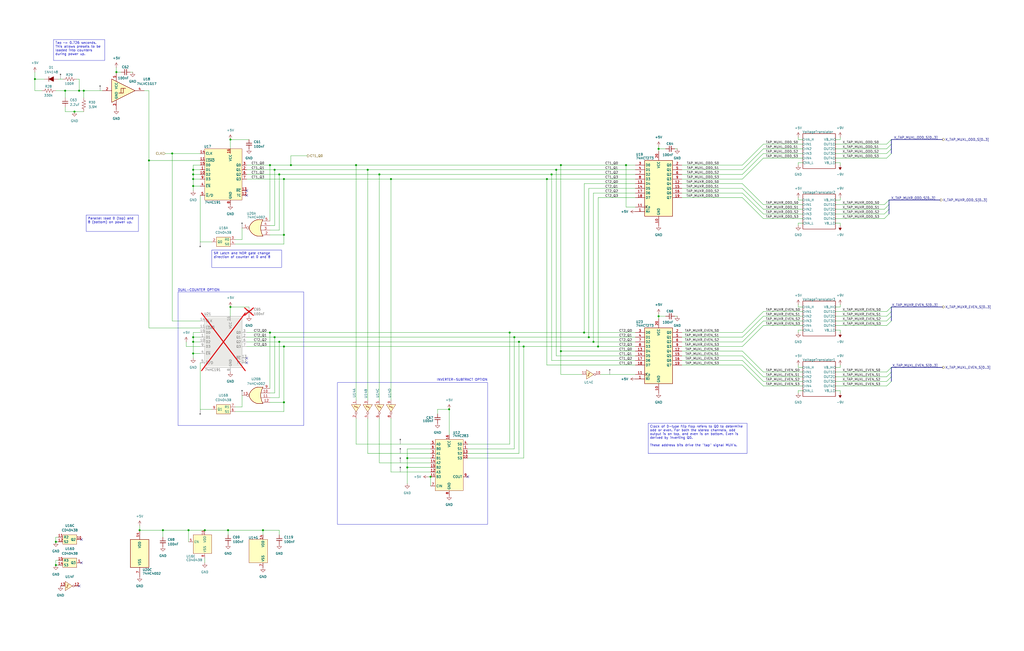
<source format=kicad_sch>
(kicad_sch (version 20250114) (generator "eeschema") (generator_version "9.0")
  (paper "User" 558.8 355.6)
  (title_block (title "Solid State Scanner Vibrato") (date "2024-10-27") (company "Osprey Instruments"))
  (rectangle (start 184.15 208.915) (end 266.065 286.385))
  (rectangle (start 97.155 159.385) (end 165.735 232.41))
  (text "DUAL-COUNTER OPTION" (at 108.458 158.496 0) (effects (font (size 1.27 1.27))))
  (text "INVERTER-SUBTRACT OPTION" (at 252.222 207.518 0) (effects (font (size 1.27 1.27))))
  (text_box "Tao ~= 0.726 seconds. This allows presets to be loaded into counters during power up." (at 29.21 21.59 0) (size 27.94 11.43) (margins 0.9525 0.9525 0.9525 0.9525) (effects (font (size 1.27 1.27)) (justify left top)))
  (text_box "SR Latch and NOR gate change direction of counter at 0 and 8" (at 115.57 136.525 0) (size 38.1 9.525) (margins 0.9525 0.9525 0.9525 0.9525) (effects (font (size 1.27 1.27)) (justify left top)))
  (text_box "Clock of D-type flip flop refers to Q0 to determine odd or even. For both the stereo channels, odd output is on top, and even is on bottom. Even is derived by inverting Q0.\n\nThese address bits drive the \"tap\" signal MUX's." (at 353.695 231.14 0) (size 53.975 16.51) (margins 0.9525 0.9525 0.9525 0.9525) (effects (font (size 1.27 1.27)) (justify left top)))
  (text_box "Parallel load 0 (top) and 8 (bottom) on power up." (at 46.99 117.475 0) (size 28.575 8.89) (margins 0.9525 0.9525 0.9525 0.9525) (effects (font (size 1.27 1.27)) (justify left top)))
  (junction (at 152.4 95.25))
  (junction (at 280.67 184.15))
  (junction (at 306.07 191.77))
  (junction (at 105.41 193.04))
  (junction (at 105.41 186.69))
  (junction (at 63.5 39.37))
  (junction (at 147.32 181.61))
  (junction (at 105.41 184.15))
  (junction (at 43.18 49.53))
  (junction (at 245.11 223.52))
  (junction (at 283.21 186.69))
  (junction (at 154.94 189.23))
  (junction (at 303.53 92.71))
  (junction (at 105.41 97.79))
  (junction (at 207.01 95.25))
  (junction (at 222.25 250.19))
  (junction (at 194.31 90.17))
  (junction (at 152.4 186.69))
  (junction (at 298.45 97.79))
  (junction (at 93.98 83.82))
  (junction (at 19.05 43.18))
  (junction (at 300.99 95.25))
  (junction (at 30.48 295.91))
  (junction (at 143.51 289.56))
  (junction (at 154.94 97.79))
  (junction (at 35.56 49.53))
  (junction (at 234.95 260.35))
  (junction (at 321.31 184.15))
  (junction (at 40.64 60.96))
  (junction (at 158.75 90.17))
  (junction (at 105.41 92.71))
  (junction (at 147.32 90.17))
  (junction (at 102.87 289.56))
  (junction (at 200.66 92.71))
  (junction (at 149.86 92.71))
  (junction (at 359.41 172.72))
  (junction (at 154.94 219.71))
  (junction (at 149.86 184.15))
  (junction (at 45.72 49.53))
  (junction (at 125.73 76.2))
  (junction (at 88.9 289.56))
  (junction (at 278.13 181.61))
  (junction (at 326.39 189.23))
  (junction (at 154.94 128.27))
  (junction (at 285.75 189.23))
  (junction (at 30.48 308.61))
  (junction (at 213.36 97.79))
  (junction (at 111.76 289.56))
  (junction (at 341.63 90.17))
  (junction (at 76.2 289.56))
  (junction (at 81.28 87.63))
  (junction (at 125.73 167.64))
  (junction (at 124.46 289.56))
  (junction (at 105.41 95.25))
  (junction (at 222.25 255.27))
  (junction (at 359.41 81.28))
  (junction (at 105.41 101.6))
  (junction (at 306.07 90.17))
  (junction (at 323.85 186.69))
  (junction (at 318.77 181.61))
  (no_connect (at 255.27 260.35))
  (no_connect (at 44.45 307.34))
  (no_connect (at 43.18 320.04))
  (no_connect (at 134.62 195.58))
  (no_connect (at 134.62 198.12))
  (no_connect (at 134.62 106.68))
  (no_connect (at 134.62 104.14))
  (no_connect (at 44.45 294.64))
  (bus_entry (at 486.41 167.64) (size -2.54 2.54))
  (bus_entry (at 486.41 83.82) (size -2.54 2.54))
  (bus_entry (at 486.41 170.18) (size -2.54 2.54))
  (bus_entry (at 485.14 109.22) (size -2.54 2.54))
  (bus_entry (at 486.41 172.72) (size -2.54 2.54))
  (bus_entry (at 486.41 200.66) (size -2.54 2.54))
  (bus_entry (at 486.41 205.74) (size -2.54 2.54))
  (bus_entry (at 486.41 203.2) (size -2.54 2.54))
  (bus_entry (at 486.41 76.2) (size -2.54 2.54))
  (bus_entry (at 485.14 114.3) (size -2.54 2.54))
  (bus_entry (at 486.41 78.74) (size -2.54 2.54))
  (bus_entry (at 485.14 111.76) (size -2.54 2.54))
  (bus_entry (at 485.14 116.84) (size -2.54 2.54))
  (bus_entry (at 486.41 208.28) (size -2.54 2.54))
  (bus_entry (at 486.41 175.26) (size -2.54 2.54))
  (bus_entry (at 486.41 81.28) (size -2.54 2.54))
  (wire (pts (xy 88.9 289.56) (xy 102.87 289.56)))
  (wire (pts (xy 101.6 186.69) (xy 101.6 189.23)))
  (wire (pts (xy 125.73 76.2) (xy 125.73 81.28)))
  (wire (pts (xy 154.94 97.79) (xy 213.36 97.79)))
  (wire (pts (xy 416.56 111.76) (xy 438.15 111.76)))
  (bus (pts (xy 513.08 109.22) (xy 485.14 109.22)))
  (wire (pts (xy 416.56 172.72) (xy 438.15 172.72)))
  (wire (pts (xy 93.98 83.82) (xy 109.22 83.82)))
  (wire (pts (xy 43.18 49.53) (xy 45.72 49.53)))
  (wire (pts (xy 435.61 88.9) (xy 435.61 90.17)))
  (wire (pts (xy 111.76 289.56) (xy 124.46 289.56)))
  (wire (pts (xy 326.39 107.95) (xy 326.39 189.23)))
  (wire (pts (xy 372.11 92.71) (xy 405.13 92.71)))
  (wire (pts (xy 455.93 210.82) (xy 483.87 210.82)))
  (wire (pts (xy 372.11 95.25) (xy 405.13 95.25)))
  (wire (pts (xy 125.73 167.64) (xy 135.89 167.64)))
  (wire (pts (xy 416.56 116.84) (xy 438.15 116.84)))
  (wire (pts (xy 438.15 213.36) (xy 435.61 213.36)))
  (wire (pts (xy 88.9 289.56) (xy 88.9 293.37)))
  (wire (pts (xy 30.48 49.53) (xy 35.56 49.53)))
  (wire (pts (xy 359.41 81.28) (xy 359.41 82.55)))
  (wire (pts (xy 326.39 189.23) (xy 346.71 189.23)))
  (wire (pts (xy 134.62 184.15) (xy 149.86 184.15)))
  (wire (pts (xy 255.27 247.65) (xy 283.21 247.65)))
  (wire (pts (xy 458.47 180.34) (xy 458.47 181.61)))
  (wire (pts (xy 30.48 293.37) (xy 31.75 293.37)))
  (bus (pts (xy 486.41 170.18) (xy 486.41 167.64)))
  (wire (pts (xy 134.62 189.23) (xy 154.94 189.23)))
  (wire (pts (xy 105.41 97.79) (xy 105.41 95.25)))
  (wire (pts (xy 93.98 175.26) (xy 93.98 83.82)))
  (wire (pts (xy 435.61 200.66) (xy 438.15 200.66)))
  (wire (pts (xy 405.13 105.41) (xy 416.56 116.84)))
  (wire (pts (xy 105.41 101.6) (xy 105.41 97.79)))
  (wire (pts (xy 105.41 181.61) (xy 105.41 184.15)))
  (wire (pts (xy 416.56 205.74) (xy 438.15 205.74)))
  (wire (pts (xy 455.93 205.74) (xy 483.87 205.74)))
  (wire (pts (xy 125.73 167.64) (xy 125.73 172.72)))
  (wire (pts (xy 405.13 90.17) (xy 416.56 78.74)))
  (wire (pts (xy 455.93 172.72) (xy 483.87 172.72)))
  (wire (pts (xy 416.56 81.28) (xy 438.15 81.28)))
  (bus (pts (xy 486.41 208.28) (xy 486.41 205.74)))
  (wire (pts (xy 207.01 95.25) (xy 207.01 218.44)))
  (wire (pts (xy 318.77 100.33) (xy 318.77 181.61)))
  (bus (pts (xy 514.35 200.66) (xy 486.41 200.66)))
  (wire (pts (xy 102.87 289.56) (xy 111.76 289.56)))
  (wire (pts (xy 30.48 295.91) (xy 31.75 295.91)))
  (wire (pts (xy 306.07 191.77) (xy 306.07 90.17)))
  (wire (pts (xy 115.57 223.52) (xy 109.22 223.52)))
  (wire (pts (xy 40.64 60.96) (xy 35.56 60.96)))
  (wire (pts (xy 128.27 130.81) (xy 132.08 130.81)))
  (wire (pts (xy 405.13 181.61) (xy 416.56 170.18)))
  (wire (pts (xy 455.93 119.38) (xy 482.6 119.38)))
  (wire (pts (xy 405.13 184.15) (xy 416.56 172.72)))
  (wire (pts (xy 306.07 204.47) (xy 306.07 191.77)))
  (wire (pts (xy 152.4 289.56) (xy 143.51 289.56)))
  (wire (pts (xy 207.01 252.73) (xy 234.95 252.73)))
  (wire (pts (xy 200.66 92.71) (xy 200.66 218.44)))
  (wire (pts (xy 105.41 184.15) (xy 105.41 186.69)))
  (wire (pts (xy 109.22 132.08) (xy 109.22 106.68)))
  (wire (pts (xy 105.41 101.6) (xy 109.22 101.6)))
  (wire (pts (xy 41.91 43.18) (xy 43.18 43.18)))
  (wire (pts (xy 128.27 133.35) (xy 154.94 133.35)))
  (wire (pts (xy 323.85 186.69) (xy 346.71 186.69)))
  (wire (pts (xy 19.05 49.53) (xy 22.86 49.53)))
  (wire (pts (xy 30.48 306.07) (xy 30.48 308.61)))
  (wire (pts (xy 372.11 184.15) (xy 405.13 184.15)))
  (wire (pts (xy 416.56 86.36) (xy 438.15 86.36)))
  (wire (pts (xy 105.41 193.04) (xy 105.41 195.58)))
  (bus (pts (xy 514.35 76.2) (xy 486.41 76.2)))
  (wire (pts (xy 435.61 121.92) (xy 435.61 123.19)))
  (wire (pts (xy 105.41 95.25) (xy 109.22 95.25)))
  (wire (pts (xy 455.93 76.2) (xy 458.47 76.2)))
  (wire (pts (xy 147.32 217.17) (xy 152.4 217.17)))
  (wire (pts (xy 346.71 199.39) (xy 298.45 199.39)))
  (wire (pts (xy 158.75 90.17) (xy 194.31 90.17)))
  (wire (pts (xy 323.85 105.41) (xy 323.85 186.69)))
  (wire (pts (xy 154.94 128.27) (xy 154.94 97.79)))
  (wire (pts (xy 124.46 289.56) (xy 124.46 292.1)))
  (wire (pts (xy 416.56 114.3) (xy 438.15 114.3)))
  (wire (pts (xy 346.71 102.87) (xy 321.31 102.87)))
  (bus (pts (xy 514.35 167.64) (xy 486.41 167.64)))
  (wire (pts (xy 194.31 242.57) (xy 234.95 242.57)))
  (wire (pts (xy 213.36 97.79) (xy 298.45 97.79)))
  (bus (pts (xy 486.41 172.72) (xy 486.41 170.18)))
  (wire (pts (xy 405.13 102.87) (xy 416.56 114.3)))
  (wire (pts (xy 40.64 60.96) (xy 45.72 60.96)))
  (bus (pts (xy 486.41 78.74) (xy 486.41 76.2)))
  (wire (pts (xy 109.22 223.52) (xy 109.22 198.12)))
  (wire (pts (xy 81.28 87.63) (xy 109.22 87.63)))
  (wire (pts (xy 416.56 177.8) (xy 438.15 177.8)))
  (wire (pts (xy 149.86 214.63) (xy 149.86 184.15)))
  (wire (pts (xy 76.2 289.56) (xy 88.9 289.56)))
  (wire (pts (xy 101.6 189.23) (xy 109.22 189.23)))
  (wire (pts (xy 346.71 194.31) (xy 303.53 194.31)))
  (wire (pts (xy 458.47 88.9) (xy 458.47 90.17)))
  (wire (pts (xy 455.93 83.82) (xy 483.87 83.82)))
  (wire (pts (xy 152.4 217.17) (xy 152.4 186.69)))
  (wire (pts (xy 416.56 170.18) (xy 438.15 170.18)))
  (wire (pts (xy 35.56 60.96) (xy 35.56 58.42)))
  (wire (pts (xy 255.27 250.19) (xy 285.75 250.19)))
  (wire (pts (xy 143.51 289.56) (xy 143.51 292.1)))
  (wire (pts (xy 455.93 109.22) (xy 458.47 109.22)))
  (wire (pts (xy 19.05 43.18) (xy 19.05 49.53)))
  (wire (pts (xy 147.32 90.17) (xy 147.32 120.65)))
  (wire (pts (xy 149.86 184.15) (xy 280.67 184.15)))
  (wire (pts (xy 81.28 49.53) (xy 78.74 49.53)))
  (wire (pts (xy 303.53 92.71) (xy 346.71 92.71)))
  (wire (pts (xy 105.41 92.71) (xy 109.22 92.71)))
  (wire (pts (xy 222.25 264.16) (xy 222.25 255.27)))
  (wire (pts (xy 109.22 175.26) (xy 93.98 175.26)))
  (wire (pts (xy 152.4 125.73) (xy 152.4 95.25)))
  (wire (pts (xy 372.11 194.31) (xy 405.13 194.31)))
  (wire (pts (xy 372.11 90.17) (xy 405.13 90.17)))
  (wire (pts (xy 416.56 210.82) (xy 438.15 210.82)))
  (wire (pts (xy 318.77 181.61) (xy 346.71 181.61)))
  (wire (pts (xy 458.47 200.66) (xy 458.47 199.39)))
  (wire (pts (xy 147.32 125.73) (xy 152.4 125.73)))
  (wire (pts (xy 455.93 88.9) (xy 458.47 88.9)))
  (wire (pts (xy 19.05 39.37) (xy 19.05 43.18)))
  (wire (pts (xy 105.41 193.04) (xy 109.22 193.04)))
  (wire (pts (xy 369.57 81.28) (xy 368.3 81.28)))
  (wire (pts (xy 134.62 90.17) (xy 147.32 90.17)))
  (wire (pts (xy 76.2 287.02) (xy 76.2 289.56)))
  (wire (pts (xy 45.72 49.53) (xy 55.88 49.53)))
  (wire (pts (xy 278.13 242.57) (xy 278.13 181.61)))
  (wire (pts (xy 132.08 222.25) (xy 132.08 215.9)))
  (wire (pts (xy 455.93 180.34) (xy 458.47 180.34)))
  (wire (pts (xy 105.41 97.79) (xy 109.22 97.79)))
  (wire (pts (xy 455.93 116.84) (xy 482.6 116.84)))
  (wire (pts (xy 346.71 100.33) (xy 318.77 100.33)))
  (wire (pts (xy 416.56 83.82) (xy 438.15 83.82)))
  (wire (pts (xy 455.93 213.36) (xy 458.47 213.36)))
  (wire (pts (xy 372.11 196.85) (xy 405.13 196.85)))
  (wire (pts (xy 105.41 186.69) (xy 109.22 186.69)))
  (wire (pts (xy 102.87 289.56) (xy 102.87 295.91)))
  (wire (pts (xy 143.51 289.56) (xy 124.46 289.56)))
  (wire (pts (xy 207.01 95.25) (xy 300.99 95.25)))
  (wire (pts (xy 346.71 196.85) (xy 300.99 196.85)))
  (wire (pts (xy 435.61 167.64) (xy 438.15 167.64)))
  (wire (pts (xy 435.61 199.39) (xy 435.61 200.66)))
  (wire (pts (xy 154.94 219.71) (xy 154.94 189.23)))
  (bus (pts (xy 486.41 81.28) (xy 486.41 78.74)))
  (wire (pts (xy 372.11 107.95) (xy 405.13 107.95)))
  (wire (pts (xy 132.08 124.46) (xy 132.08 130.81)))
  (wire (pts (xy 222.25 250.19) (xy 222.25 245.11)))
  (wire (pts (xy 455.93 208.28) (xy 483.87 208.28)))
  (wire (pts (xy 105.41 186.69) (xy 105.41 193.04)))
  (wire (pts (xy 372.11 181.61) (xy 405.13 181.61)))
  (wire (pts (xy 455.93 200.66) (xy 458.47 200.66)))
  (wire (pts (xy 458.47 109.22) (xy 458.47 107.95)))
  (wire (pts (xy 255.27 245.11) (xy 280.67 245.11)))
  (wire (pts (xy 278.13 181.61) (xy 318.77 181.61)))
  (wire (pts (xy 147.32 214.63) (xy 149.86 214.63)))
  (wire (pts (xy 359.41 172.72) (xy 363.22 172.72)))
  (wire (pts (xy 416.56 119.38) (xy 438.15 119.38)))
  (wire (pts (xy 438.15 180.34) (xy 435.61 180.34)))
  (wire (pts (xy 455.93 203.2) (xy 483.87 203.2)))
  (wire (pts (xy 222.25 255.27) (xy 222.25 250.19)))
  (wire (pts (xy 81.28 179.07) (xy 109.22 179.07)))
  (wire (pts (xy 280.67 245.11) (xy 280.67 184.15)))
  (wire (pts (xy 158.75 85.09) (xy 167.64 85.09)))
  (wire (pts (xy 115.57 132.08) (xy 109.22 132.08)))
  (wire (pts (xy 306.07 191.77) (xy 346.71 191.77)))
  (wire (pts (xy 327.66 204.47) (xy 346.71 204.47)))
  (wire (pts (xy 194.31 90.17) (xy 306.07 90.17)))
  (wire (pts (xy 233.68 260.35) (xy 234.95 260.35)))
  (wire (pts (xy 359.41 172.72) (xy 359.41 173.99)))
  (wire (pts (xy 435.61 76.2) (xy 435.61 74.93)))
  (wire (pts (xy 369.57 172.72) (xy 368.3 172.72)))
  (wire (pts (xy 105.41 184.15) (xy 109.22 184.15)))
  (wire (pts (xy 416.56 203.2) (xy 438.15 203.2)))
  (wire (pts (xy 158.75 85.09) (xy 158.75 90.17)))
  (wire (pts (xy 416.56 208.28) (xy 438.15 208.28)))
  (wire (pts (xy 31.75 43.18) (xy 34.29 43.18)))
  (wire (pts (xy 30.48 308.61) (xy 31.75 308.61)))
  (wire (pts (xy 405.13 191.77) (xy 416.56 203.2)))
  (wire (pts (xy 300.99 95.25) (xy 346.71 95.25)))
  (wire (pts (xy 372.11 105.41) (xy 405.13 105.41)))
  (bus (pts (xy 486.41 83.82) (xy 486.41 81.28)))
  (wire (pts (xy 372.11 189.23) (xy 405.13 189.23)))
  (wire (pts (xy 455.93 86.36) (xy 483.87 86.36)))
  (wire (pts (xy 35.56 49.53) (xy 43.18 49.53)))
  (wire (pts (xy 455.93 111.76) (xy 482.6 111.76)))
  (wire (pts (xy 81.28 49.53) (xy 81.28 87.63)))
  (wire (pts (xy 105.41 95.25) (xy 105.41 92.71)))
  (wire (pts (xy 455.93 170.18) (xy 483.87 170.18)))
  (wire (pts (xy 147.32 128.27) (xy 154.94 128.27)))
  (wire (pts (xy 372.11 199.39) (xy 405.13 199.39)))
  (wire (pts (xy 147.32 181.61) (xy 147.32 212.09)))
  (wire (pts (xy 207.01 228.6) (xy 207.01 252.73)))
  (wire (pts (xy 346.71 107.95) (xy 326.39 107.95)))
  (wire (pts (xy 63.5 36.83) (xy 63.5 39.37)))
  (wire (pts (xy 234.95 260.35) (xy 234.95 265.43)))
  (wire (pts (xy 238.76 223.52) (xy 238.76 226.06)))
  (wire (pts (xy 45.72 49.53) (xy 45.72 53.34)))
  (wire (pts (xy 306.07 90.17) (xy 341.63 90.17)))
  (wire (pts (xy 458.47 121.92) (xy 458.47 123.19)))
  (wire (pts (xy 372.11 191.77) (xy 405.13 191.77)))
  (wire (pts (xy 245.11 223.52) (xy 245.11 237.49)))
  (wire (pts (xy 455.93 175.26) (xy 483.87 175.26)))
  (wire (pts (xy 455.93 81.28) (xy 483.87 81.28)))
  (wire (pts (xy 359.41 81.28) (xy 363.22 81.28)))
  (wire (pts (xy 283.21 186.69) (xy 323.85 186.69)))
  (wire (pts (xy 30.48 306.07) (xy 31.75 306.07)))
  (wire (pts (xy 134.62 181.61) (xy 147.32 181.61)))
  (wire (pts (xy 149.86 92.71) (xy 200.66 92.71)))
  (wire (pts (xy 128.27 222.25) (xy 132.08 222.25)))
  (wire (pts (xy 147.32 123.19) (xy 149.86 123.19)))
  (wire (pts (xy 109.22 181.61) (xy 105.41 181.61)))
  (wire (pts (xy 438.15 88.9) (xy 435.61 88.9)))
  (bus (pts (xy 485.14 116.84) (xy 485.14 114.3)))
  (wire (pts (xy 285.75 189.23) (xy 326.39 189.23)))
  (wire (pts (xy 154.94 189.23) (xy 285.75 189.23)))
  (wire (pts (xy 435.61 180.34) (xy 435.61 181.61)))
  (wire (pts (xy 280.67 184.15) (xy 321.31 184.15)))
  (bus (pts (xy 486.41 205.74) (xy 486.41 203.2)))
  (wire (pts (xy 458.47 76.2) (xy 458.47 74.93)))
  (wire (pts (xy 455.93 114.3) (xy 482.6 114.3)))
  (wire (pts (xy 455.93 167.64) (xy 458.47 167.64)))
  (wire (pts (xy 134.62 92.71) (xy 149.86 92.71)))
  (wire (pts (xy 30.48 293.37) (xy 30.48 295.91)))
  (wire (pts (xy 152.4 186.69) (xy 283.21 186.69)))
  (wire (pts (xy 81.28 87.63) (xy 81.28 179.07)))
  (wire (pts (xy 405.13 194.31) (xy 416.56 205.74)))
  (wire (pts (xy 341.63 90.17) (xy 346.71 90.17)))
  (wire (pts (xy 200.66 247.65) (xy 234.95 247.65)))
  (wire (pts (xy 435.61 107.95) (xy 435.61 109.22)))
  (wire (pts (xy 147.32 181.61) (xy 278.13 181.61)))
  (wire (pts (xy 372.11 97.79) (xy 405.13 97.79)))
  (wire (pts (xy 147.32 90.17) (xy 158.75 90.17)))
  (wire (pts (xy 372.11 100.33) (xy 405.13 100.33)))
  (wire (pts (xy 154.94 224.79) (xy 154.94 219.71)))
  (wire (pts (xy 458.47 213.36) (xy 458.47 214.63)))
  (wire (pts (xy 416.56 78.74) (xy 438.15 78.74)))
  (wire (pts (xy 63.5 39.37) (xy 66.04 39.37)))
  (wire (pts (xy 435.61 213.36) (xy 435.61 214.63)))
  (wire (pts (xy 435.61 166.37) (xy 435.61 167.64)))
  (bus (pts (xy 485.14 111.76) (xy 485.14 109.22)))
  (wire (pts (xy 405.13 100.33) (xy 416.56 111.76)))
  (wire (pts (xy 455.93 121.92) (xy 458.47 121.92)))
  (wire (pts (xy 245.11 223.52) (xy 238.76 223.52)))
  (wire (pts (xy 255.27 242.57) (xy 278.13 242.57)))
  (wire (pts (xy 435.61 76.2) (xy 438.15 76.2)))
  (wire (pts (xy 455.93 78.74) (xy 483.87 78.74)))
  (bus (pts (xy 485.14 114.3) (xy 485.14 111.76)))
  (wire (pts (xy 90.17 83.82) (xy 93.98 83.82)))
  (wire (pts (xy 455.93 177.8) (xy 483.87 177.8)))
  (wire (pts (xy 105.41 92.71) (xy 105.41 90.17)))
  (wire (pts (xy 213.36 257.81) (xy 234.95 257.81)))
  (wire (pts (xy 359.41 171.45) (xy 359.41 172.72)))
  (bus (pts (xy 486.41 203.2) (xy 486.41 200.66)))
  (wire (pts (xy 303.53 194.31) (xy 303.53 92.71)))
  (wire (pts (xy 194.31 90.17) (xy 194.31 218.44)))
  (wire (pts (xy 222.25 255.27) (xy 234.95 255.27)))
  (wire (pts (xy 298.45 97.79) (xy 346.71 97.79)))
  (wire (pts (xy 200.66 228.6) (xy 200.66 247.65)))
  (wire (pts (xy 154.94 133.35) (xy 154.94 128.27)))
  (wire (pts (xy 341.63 113.03) (xy 341.63 90.17)))
  (wire (pts (xy 147.32 219.71) (xy 154.94 219.71)))
  (bus (pts (xy 486.41 175.26) (xy 486.41 172.72)))
  (wire (pts (xy 405.13 186.69) (xy 416.56 175.26)))
  (wire (pts (xy 200.66 92.71) (xy 303.53 92.71)))
  (wire (pts (xy 213.36 97.79) (xy 213.36 218.44)))
  (wire (pts (xy 152.4 292.1) (xy 152.4 289.56)))
  (wire (pts (xy 222.25 250.19) (xy 234.95 250.19)))
  (wire (pts (xy 134.62 97.79) (xy 154.94 97.79)))
  (wire (pts (xy 111.76 304.8) (xy 111.76 307.34)))
  (wire (pts (xy 125.73 76.2) (xy 135.89 76.2)))
  (wire (pts (xy 35.56 49.53) (xy 35.56 53.34)))
  (wire (pts (xy 152.4 95.25) (xy 207.01 95.25)))
  (wire (pts (xy 283.21 247.65) (xy 283.21 186.69)))
  (wire (pts (xy 306.07 204.47) (xy 317.5 204.47)))
  (wire (pts (xy 128.27 224.79) (xy 154.94 224.79)))
  (wire (pts (xy 19.05 43.18) (xy 24.13 43.18)))
  (wire (pts (xy 405.13 189.23) (xy 416.56 177.8)))
  (wire (pts (xy 405.13 97.79) (xy 416.56 86.36)))
  (wire (pts (xy 405.13 107.95) (xy 416.56 119.38)))
  (wire (pts (xy 213.36 228.6) (xy 213.36 257.81)))
  (wire (pts (xy 435.61 109.22) (xy 438.15 109.22)))
  (wire (pts (xy 321.31 184.15) (xy 346.71 184.15)))
  (wire (pts (xy 346.71 113.03) (xy 341.63 113.03)))
  (wire (pts (xy 285.75 250.19) (xy 285.75 189.23)))
  (wire (pts (xy 134.62 95.25) (xy 152.4 95.25)))
  (wire (pts (xy 321.31 102.87) (xy 321.31 184.15)))
  (wire (pts (xy 372.11 102.87) (xy 405.13 102.87)))
  (wire (pts (xy 194.31 228.6) (xy 194.31 242.57)))
  (wire (pts (xy 149.86 123.19) (xy 149.86 92.71)))
  (wire (pts (xy 72.39 39.37) (xy 71.12 39.37)))
  (wire (pts (xy 105.41 104.14) (xy 105.41 101.6)))
  (wire (pts (xy 416.56 175.26) (xy 438.15 175.26)))
  (wire (pts (xy 405.13 199.39) (xy 416.56 210.82)))
  (wire (pts (xy 346.71 105.41) (xy 323.85 105.41)))
  (wire (pts (xy 438.15 121.92) (xy 435.61 121.92)))
  (wire (pts (xy 43.18 43.18) (xy 43.18 49.53)))
  (wire (pts (xy 372.11 186.69) (xy 405.13 186.69)))
  (wire (pts (xy 105.41 90.17) (xy 109.22 90.17)))
  (wire (pts (xy 298.45 199.39) (xy 298.45 97.79)))
  (wire (pts (xy 458.47 167.64) (xy 458.47 166.37)))
  (wire (pts (xy 222.25 245.11) (xy 234.95 245.11)))
  (wire (pts (xy 405.13 95.25) (xy 416.56 83.82)))
  (wire (pts (xy 134.62 186.69) (xy 152.4 186.69)))
  (wire (pts (xy 405.13 196.85) (xy 416.56 208.28)))
  (wire (pts (xy 359.41 80.01) (xy 359.41 81.28)))
  (wire (pts (xy 300.99 196.85) (xy 300.99 95.25)))
  (wire (pts (xy 405.13 92.71) (xy 416.56 81.28)))
  (label "CT1_Q2" (at 137.16 95.25 0))
  (label "CT2_Q3" (at 330.2 107.95 0))
  (label "TAP_MUXR_EVEN_S1" (at 392.43 184.15 180))
  (label "X_TAP_MUXL_ODD_S[0..3]" (at 511.81 76.2 180))
  (label "TAP_MUXL_EVEN_S0" (at 392.43 191.77 180))
  (label "CT1_Q2" (at 337.82 196.85 0))
  (label "X_TAP_MUXR_ODD_S[0..3]" (at 510.54 109.22 180))
  (label "X_TAP_MUXR_ODD_S0" (at 459.74 111.76 0))
  (label "CT2_Q0" (at 330.2 100.33 0))
  (label "TAP_MUXL_ODD_S0" (at 392.43 90.17 180))
  (label "X_TAP_MUXR_ODD_S1" (at 459.74 114.3 0))
  (label "TAP_MUXL_EVEN_S1" (at 417.83 205.74 0))
  (label "X_TAP_MUXR_EVEN_S3" (at 459.74 177.8 0))
  (label "TAP_MUXL_ODD_S2" (at 392.43 95.25 180))
  (label "CT1_Q3" (at 137.16 97.79 0))
  (label "CT1_Q3" (at 337.82 199.39 0))
  (label "X_TAP_MUXL_EVEN_S2" (at 459.74 208.28 0))
  (label "TAP_MUXL_ODD_S3" (at 392.43 97.79 180))
  (label "TAP_MUXR_ODD_S0" (at 417.83 111.76 0))
  (label "CT1_Q0" (at 337.82 191.77 0))
  (label "X_TAP_MUXL_ODD_S3" (at 459.74 86.36 0))
  (label "TAP_MUXL_EVEN_S3" (at 392.43 199.39 180))
  (label "X_TAP_MUXR_ODD_S3" (at 459.74 119.38 0))
  (label "CT2_Q1" (at 138.43 184.15 0))
  (label "TAP_MUXR_ODD_S2" (at 392.43 105.41 180))
  (label "TAP_MUXL_ODD_S0" (at 417.83 78.74 0))
  (label "TAP_MUXR_ODD_S1" (at 417.83 114.3 0))
  (label "CT2_Q2" (at 337.82 186.69 0))
  (label "CT1_Q1" (at 337.82 194.31 0))
  (label "CT2_Q0" (at 337.82 181.61 0))
  (label "TAP_MUXL_ODD_S3" (at 417.83 86.36 0))
  (label "TAP_MUXR_ODD_S2" (at 417.83 116.84 0))
  (label "X_TAP_MUXR_ODD_S2" (at 459.74 116.84 0))
  (label "CT1_Q0" (at 137.16 90.17 0))
  (label "TAP_MUXR_EVEN_S2" (at 392.43 186.69 180))
  (label "CT1_Q2" (at 330.2 95.25 0))
  (label "CT1_Q3" (at 330.2 97.79 0))
  (label "X_TAP_MUXL_ODD_S2" (at 459.74 83.82 0))
  (label "CT1_Q0" (at 330.2 90.17 0))
  (label "X_TAP_MUXL_EVEN_S1" (at 459.74 205.74 0))
  (label "X_TAP_MUXL_ODD_S1" (at 459.74 81.28 0))
  (label "TAP_MUXR_EVEN_S3" (at 392.43 189.23 180))
  (label "TAP_MUXR_ODD_S3" (at 392.43 107.95 180))
  (label "CT2_Q1" (at 330.2 102.87 0))
  (label "TAP_MUXL_EVEN_S3" (at 417.83 210.82 0))
  (label "TAP_MUXL_ODD_S1" (at 392.43 92.71 180))
  (label "CT2_Q2" (at 138.43 186.69 0))
  (label "TAP_MUXR_EVEN_S0" (at 417.83 170.18 0))
  (label "X_TAP_MUXR_EVEN_S2" (at 459.74 175.26 0))
  (label "TAP_MUXL_ODD_S1" (at 417.83 81.28 0))
  (label "TAP_MUXL_EVEN_S2" (at 392.43 196.85 180))
  (label "CT2_Q1" (at 337.82 184.15 0))
  (label "CT2_Q3" (at 337.82 189.23 0))
  (label "TAP_MUXR_EVEN_S1" (at 417.83 172.72 0))
  (label "X_TAP_MUXL_EVEN_S0" (at 459.74 203.2 0))
  (label "CT1_Q1" (at 137.16 92.71 0))
  (label "X_TAP_MUXR_EVEN_S[0..3]" (at 511.81 167.64 180))
  (label "X_TAP_MUXR_EVEN_S1" (at 459.74 172.72 0))
  (label "TAP_MUXR_ODD_S0" (at 392.43 100.33 180))
  (label "TAP_MUXR_EVEN_S2" (at 417.83 175.26 0))
  (label "TAP_MUXL_EVEN_S2" (at 417.83 208.28 0))
  (label "CT2_Q3" (at 138.43 189.23 0))
  (label "X_TAP_MUXL_EVEN_S[0..3]" (at 511.81 200.66 180))
  (label "TAP_MUXL_ODD_S2" (at 417.83 83.82 0))
  (label "X_TAP_MUXL_EVEN_S3" (at 459.74 210.82 0))
  (label "TAP_MUXL_EVEN_S1" (at 392.43 194.31 180))
  (label "X_TAP_MUXL_ODD_S0" (at 459.74 78.74 0))
  (label "CT2_Q0" (at 138.43 181.61 0))
  (label "TAP_MUXL_EVEN_S0" (at 417.83 203.2 0))
  (label "TAP_MUXR_EVEN_S0" (at 392.43 181.61 180))
  (label "TAP_MUXR_EVEN_S3" (at 417.83 177.8 0))
  (label "CT2_Q2" (at 330.2 105.41 0))
  (label "CT1_Q1" (at 330.2 92.71 0))
  (label "X_TAP_MUXR_EVEN_S0" (at 459.74 170.18 0))
  (label "TAP_MUXR_ODD_S1" (at 392.43 102.87 180))
  (label "TAP_MUXR_ODD_S3" (at 417.83 119.38 0))
  (hierarchical_label "CT1_Q0" (shape output) (at 167.64 85.09 0))
  (hierarchical_label "X_TAP_MUXL_EVEN_S[0..3]" (shape output) (at 514.35 200.66 0))
  (hierarchical_label "CLK" (shape input) (at 90.17 83.82 180))
  (hierarchical_label "X_TAP_MUXR_ODD_S[0..3]" (shape output) (at 513.08 109.22 0))
  (hierarchical_label "X_TAP_MUXR_EVEN_S[0..3]" (shape output) (at 514.35 167.64 0))
  (hierarchical_label "X_TAP_MUXL_ODD_S[0..3]" (shape output) (at 514.35 76.2 0))
  (netclass_flag "" (length 2.54) (shape dot) (at 218.44 247.65 0) (property "Netclass" "SIG" (effects (hide yes))))
  (netclass_flag "" (length 2.54) (shape dot) (at 132.08 215.9 0) (property "Netclass" "SIG" (effects (hide yes))))
  (netclass_flag "" (length 2.54) (shape dot) (at 109.22 223.52 180) (property "Netclass" "SIG" (effects (hide yes))))
  (netclass_flag "" (length 2.54) (shape dot) (at 109.22 132.08 180))
  (netclass_flag "" (length 2.54) (shape dot) (at 54.61 49.53 0) (property "Netclass" "SIG" (effects (hide yes))))
  (netclass_flag "" (length 2.54) (shape dot) (at 218.44 252.73 0) (property "Netclass" "SIG" (effects (hide yes))))
  (netclass_flag "" (length 2.54) (shape dot) (at 218.44 242.57 0) (property "Netclass" "SIG" (effects (hide yes))))
  (netclass_flag "" (length 2.54) (shape dot) (at 218.44 257.81 0) (property "Netclass" "SIG" (effects (hide yes))))
  (netclass_flag "" (length 2.54) (shape dot) (at 332.74 204.47 0) (property "Netclass" "SIG" (effects (hide yes))))
  (netclass_flag "" (length 2.54) (shape dot) (at 33.02 43.18 0) (property "Netclass" "SIG" (effects (hide yes))))
  (netclass_flag "" (length 2.54) (shape dot) (at 132.08 124.46 0) (property "Netclass" "SIG" (effects (hide yes))))
  (symbol (lib_id "power:+5V") (at 346.71 207.01 90) (unit 1)
    (property "Reference" "#PWR074" (effects (hide yes)))
    (property "Value" "+5V" (at 342.9 207.0099 90) (effects (justify left)))
    (property "Description" "Power symbol creates a global label with name \"+5V\"" (effects (hide yes)))
  )
  (symbol (lib_id "OspreyIntruments:74HC191") (at 111.76 90.17 0) (unit 1)
    (property "Reference" "U17" (at 113.284 80.01 0))
    (property "Value" "74HC191" (at 116.078 110.49 0))
    (property "Footprint" "Package_SO:TSSOP-16_4.4x5mm_P0.65mm" (effects (hide yes)))
    (property "Datasheet" "https://assets.nexperia.com/documents/data-sheet/74HC191.pdf" (effects (hide yes)))
    (property "Description" "IC BINARY COUNTER 4-BIT 16TSSOP" (effects (hide yes)))
    (property "Manufacturer" "Nexperia USA Inc." (effects (hide yes)))
    (property "Part Number" "74HC191PW,118" (effects (hide yes)))
  )
  (symbol (lib_id "Device:C_Small") (at 68.58 39.37 90) (unit 1)
    (property "Reference" "C62" (at 70.358 36.576 90) (effects (justify left)))
    (property "Value" "100nF" (at 70.358 42.672 90) (effects (justify left)))
    (property "Footprint" "Capacitor_SMD:C_0603_1608Metric" (effects (hide yes)))
    (property "Description" "Unpolarized capacitor, small symbol" (effects (hide yes)))
  )
  (symbol (lib_id "power:GND") (at 222.25 264.16 0) (unit 1)
    (property "Reference" "#PWR0215" (effects (hide yes)))
    (property "Value" "GND" (at 222.25 269.24 0))
    (property "Description" "Power symbol creates a global label with name \"GND\" , ground" (effects (hide yes)))
  )
  (symbol (lib_id "OspreyIntruments:CD40106") (at 200.66 220.98 270) (unit 2)
    (property "Reference" "U14" (at 199.644 212.344 0) (effects (justify left)))
    (property "Value" "CD40106" (effects (hide yes)))
    (property "Footprint" "Package_SO:TSSOP-14_4.4x5mm_P0.65mm" (effects (hide yes)))
    (property "Datasheet" "https://www.ti.com/general/docs/suppproductinfo.tsp?distId=10&gotoUrl=https%3A%2F%2Fwww.ti.com%2Flit%2Fgpn%2Fcd40106b" (effects (hide yes)))
    (property "Description" "IC INVERTER 6CH 1-INP 14TSSOP" (effects (hide yes)))
    (property "Manufacturer" "Texas Instruments" (effects (hide yes)))
    (property "Part Number" "CD40106BPWR" (effects (hide yes)))
  )
  (symbol (lib_id "power:GND") (at 435.61 181.61 0) (unit 1)
    (property "Reference" "#PWR033" (effects (hide yes)))
    (property "Value" "GND" (at 435.61 186.69 0))
    (property "Description" "Power symbol creates a global label with name \"GND\" , ground" (effects (hide yes)))
  )
  (symbol (lib_id "power:GND") (at 72.39 39.37 0) (unit 1)
    (property "Reference" "#PWR063" (effects (hide yes)))
    (property "Value" "GND" (at 72.39 44.45 0))
    (property "Description" "Power symbol creates a global label with name \"GND\" , ground" (effects (hide yes)))
  )
  (symbol (lib_id "power:GND") (at 143.51 309.88 0) (unit 1)
    (property "Reference" "#PWR078" (effects (hide yes)))
    (property "Value" "GND" (at 143.51 314.96 0))
    (property "Description" "Power symbol creates a global label with name \"GND\" , ground" (effects (hide yes)))
  )
  (symbol (lib_id "power:+5V") (at 435.61 107.95 0) (unit 1)
    (property "Reference" "#PWR030" (effects (hide yes)))
    (property "Value" "+5V" (at 435.61 102.87 0))
    (property "Description" "Power symbol creates a global label with name \"+5V\"" (effects (hide yes)))
  )
  (symbol (lib_id "Device:C_Small") (at 365.76 172.72 90) (unit 1)
    (property "Reference" "C66" (at 367.538 169.926 90) (effects (justify left)))
    (property "Value" "100nF" (at 367.538 176.022 90) (effects (justify left)))
    (property "Footprint" "Capacitor_SMD:C_0603_1608Metric" (effects (hide yes)))
    (property "Description" "Unpolarized capacitor, small symbol" (effects (hide yes)))
  )
  (symbol (lib_id "OspreyIntruments:74HC191") (at 111.76 181.61 0) (unit 1) (dnp yes)
    (property "Reference" "U21" (at 113.284 171.45 0))
    (property "Value" "74HC191" (at 116.078 201.93 0))
    (property "Footprint" "Package_SO:TSSOP-16_4.4x5mm_P0.65mm" (effects (hide yes)))
    (property "Datasheet" "https://assets.nexperia.com/documents/data-sheet/74HC191.pdf" (effects (hide yes)))
    (property "Description" "IC BINARY COUNTER 4-BIT 16TSSOP" (effects (hide yes)))
    (property "Manufacturer" "Nexperia USA Inc." (effects (hide yes)))
    (property "Part Number" "74HC191PW,118" (effects (hide yes)))
  )
  (symbol (lib_id "power:GND") (at 359.41 123.19 0) (unit 1)
    (property "Reference" "#PWR069" (effects (hide yes)))
    (property "Value" "GND" (at 359.41 128.27 0))
    (property "Description" "Power symbol creates a global label with name \"GND\" , ground" (effects (hide yes)))
  )
  (symbol (lib_id "74xGxx:74LVC1G17") (at 68.58 49.53 0) (unit 1)
    (property "Reference" "U18" (at 80.01 43.2114 0))
    (property "Value" "74LVC1G17" (at 80.01 45.7514 0))
    (property "Footprint" "Package_TO_SOT_SMD:SOT-353_SC-70-5" (effects (hide yes)))
    (property "Datasheet" "https://www.ti.com/lit/ds/symlink/sn74lvc1g17.pdf" (effects (hide yes)))
    (property "Description" "Single Schmitt Buffer Gate, Low-Voltage CMOS" (effects (hide yes)))
    (property "Manufacturer" "Texas Instruments" (effects (hide yes)))
    (property "Part Number" "SN74LVC1G17DCKR" (effects (hide yes)))
  )
  (symbol (lib_id "power:GND") (at 135.89 81.28 0) (unit 1)
    (property "Reference" "#PWR061" (effects (hide yes)))
    (property "Value" "GND" (at 135.89 86.36 0))
    (property "Description" "Power symbol creates a global label with name \"GND\" , ground" (effects (hide yes)))
  )
  (symbol (lib_name "CD40106_1") (lib_id "OspreyIntruments:CD40106") (at 135.89 297.18 0) (unit 7)
    (property "Reference" "U14" (at 135.636 293.624 0) (effects (justify left)))
    (property "Value" "CD40106" (effects (hide yes)))
    (property "Footprint" "Package_SO:TSSOP-14_4.4x5mm_P0.65mm" (effects (hide yes)))
    (property "Datasheet" "https://www.ti.com/general/docs/suppproductinfo.tsp?distId=10&gotoUrl=https%3A%2F%2Fwww.ti.com%2Flit%2Fgpn%2Fcd40106b" (effects (hide yes)))
    (property "Description" "IC INVERTER 6CH 1-INP 14TSSOP" (effects (hide yes)))
    (property "Manufacturer" "Texas Instruments" (effects (hide yes)))
    (property "Part Number" "CD40106BPWR" (effects (hide yes)))
  )
  (symbol (lib_id "power:GND") (at 105.41 104.14 0) (unit 1)
    (property "Reference" "#PWR084" (effects (hide yes)))
    (property "Value" "GND" (at 105.41 109.22 0))
    (property "Description" "Power symbol creates a global label with name \"GND\" , ground" (effects (hide yes)))
  )
  (symbol (lib_id "power:+5V") (at 125.73 167.64 0) (unit 1)
    (property "Reference" "#PWR071" (effects (hide yes)))
    (property "Value" "+5V" (at 125.73 162.56 0))
    (property "Description" "Power symbol creates a global label with name \"+5V\"" (effects (hide yes)))
  )
  (symbol (lib_id "power:-9V") (at 458.47 123.19 180) (unit 1)
    (property "Reference" "#PWR049" (effects (hide yes)))
    (property "Value" "-9V" (at 458.47 128.27 0))
    (property "Description" "Power symbol creates a global label with name \"-9V\"" (effects (hide yes)))
  )
  (symbol (lib_id "OspreyIntruments:CD40106") (at 207.01 220.98 270) (unit 3)
    (property "Reference" "U14" (at 205.994 212.09 0) (effects (justify left)))
    (property "Value" "CD40106" (effects (hide yes)))
    (property "Footprint" "Package_SO:TSSOP-14_4.4x5mm_P0.65mm" (effects (hide yes)))
    (property "Datasheet" "https://www.ti.com/general/docs/suppproductinfo.tsp?distId=10&gotoUrl=https%3A%2F%2Fwww.ti.com%2Flit%2Fgpn%2Fcd40106b" (effects (hide yes)))
    (property "Description" "IC INVERTER 6CH 1-INP 14TSSOP" (effects (hide yes)))
    (property "Manufacturer" "Texas Instruments" (effects (hide yes)))
    (property "Part Number" "CD40106BPWR" (effects (hide yes)))
  )
  (symbol (lib_id "power:+5V") (at 19.05 39.37 0) (unit 1)
    (property "Reference" "#PWR065" (effects (hide yes)))
    (property "Value" "+5V" (at 19.05 34.29 0))
    (property "Description" "Power symbol creates a global label with name \"+5V\"" (effects (hide yes)))
  )
  (symbol (lib_id "4xxx:4002") (at 139.7 124.46 180) (unit 1)
    (property "Reference" "U20" (at 139.7 116.586 0) (effects (justify left)))
    (property "Value" "74HC4002" (at 144.78 118.618 0) (effects (justify left)))
    (property "Footprint" "Package_SO:TSSOP-14_4.4x5mm_P0.65mm" (effects (hide yes)))
    (property "Datasheet" "http://www.intersil.com/content/dam/Intersil/documents/cd40/cd4000bms-01bms-02bms-25bms.pdf" (effects (hide yes)))
    (property "Description" "Dual  4 input NOR gate" (effects (hide yes)))
    (property "Manufacturer" "Texas Instruments" (effects (hide yes)))
    (property "Part Number" "CD74HC4002PWR" (effects (hide yes)))
  )
  (symbol (lib_id "power:GND") (at 124.46 297.18 0) (unit 1)
    (property "Reference" "#PWR088" (effects (hide yes)))
    (property "Value" "GND" (at 124.46 302.26 0))
    (property "Description" "Power symbol creates a global label with name \"GND\" , ground" (effects (hide yes)))
  )
  (symbol (lib_id "Device:C_Small") (at 35.56 55.88 0) (unit 1)
    (property "Reference" "C63" (at 38.1 54.6162 0) (effects (justify left)))
    (property "Value" "2.2uF" (at 38.1 57.1562 0) (effects (justify left)))
    (property "Footprint" "Capacitor_SMD:C_0805_2012Metric" (effects (hide yes)))
    (property "Description" "Unpolarized capacitor, small symbol" (effects (hide yes)))
  )
  (symbol (lib_id "power:+5V") (at 245.11 223.52 0) (unit 1)
    (property "Reference" "#PWR0213" (effects (hide yes)))
    (property "Value" "+5V" (at 245.11 218.44 0))
    (property "Description" "Power symbol creates a global label with name \"+5V\"" (effects (hide yes)))
  )
  (symbol (lib_id "OspreyIntruments:CD4043") (at 125.73 222.25 0) (mirror y) (unit 2)
    (property "Reference" "U16" (at 121.92 215.9 0))
    (property "Value" "CD4043B" (at 121.92 218.44 0))
    (property "Footprint" "Package_SO:TSSOP-16_4.4x5mm_P0.65mm" (effects (hide yes)))
    (property "Datasheet" "https://www.ti.com/lit/ds/symlink/cd4043b.pdf?HQS=dis-dk-null-digikeymode-dsf-pf-null-wwe&ts=1729447561797&ref_url=https%253A%252F%252Fwww.ti.com%252Fgeneral%252Fdocs%252Fsuppproductinfo.tsp%253FdistId%253D10%2526gotoUrl%253Dhttps%253A%252F%252Fwww.ti.com%252Flit%252Fgpn%252Fcd4043b" (effects (hide yes)))
    (property "Description" "S-R Latch 4 Channel 1:1 IC Tri-State 16-TSSOP" (effects (hide yes)))
    (property "Manufacturer" "Texas Instruments" (effects (hide yes)))
    (property "Part Number" "CD4043BPWR" (effects (hide yes)))
  )
  (symbol (lib_id "power:+5V") (at 101.6 186.69 0) (unit 1)
    (property "Reference" "#PWR086" (effects (hide yes)))
    (property "Value" "+5V" (at 101.6 181.61 0))
    (property "Description" "Power symbol creates a global label with name \"+5V\"" (effects (hide yes)))
  )
  (symbol (lib_id "power:GND") (at 369.57 81.28 0) (unit 1)
    (property "Reference" "#PWR067" (effects (hide yes)))
    (property "Value" "GND" (at 369.57 86.36 0))
    (property "Description" "Power symbol creates a global label with name \"GND\" , ground" (effects (hide yes)))
  )
  (symbol (lib_id "Device:C_Small") (at 152.4 294.64 0) (unit 1)
    (property "Reference" "C119" (at 154.94 293.3762 0) (effects (justify left)))
    (property "Value" "100nF" (at 154.94 295.9162 0) (effects (justify left)))
    (property "Footprint" "Capacitor_SMD:C_0603_1608Metric" (effects (hide yes)))
    (property "Description" "Unpolarized capacitor, small symbol" (effects (hide yes)))
  )
  (symbol (lib_id "OspreyIntruments:CD4043") (at 105.41 293.37 0) (unit 5)
    (property "Reference" "U16" (at 101.6 303.784 0) (effects (justify left)))
    (property "Value" "CD4043B" (at 101.6 305.816 0) (effects (justify left)))
    (property "Footprint" "Package_SO:TSSOP-16_4.4x5mm_P0.65mm" (effects (hide yes)))
    (property "Datasheet" "https://www.ti.com/lit/ds/symlink/cd4043b.pdf?HQS=dis-dk-null-digikeymode-dsf-pf-null-wwe&ts=1729447561797&ref_url=https%253A%252F%252Fwww.ti.com%252Fgeneral%252Fdocs%252Fsuppproductinfo.tsp%253FdistId%253D10%2526gotoUrl%253Dhttps%253A%252F%252Fwww.ti.com%252Flit%252Fgpn%252Fcd4043b" (effects (hide yes)))
    (property "Description" "S-R Latch 4 Channel 1:1 IC Tri-State 16-TSSOP" (effects (hide yes)))
    (property "Manufacturer" "Texas Instruments" (effects (hide yes)))
    (property "Part Number" "CD4043BPWR" (effects (hide yes)))
  )
  (symbol (lib_id "Device:R_US") (at 26.67 49.53 90) (unit 1)
    (property "Reference" "R28" (at 26.416 47.244 90))
    (property "Value" "330k" (at 26.416 52.07 90))
    (property "Footprint" "Resistor_SMD:R_0603_1608Metric" (effects (hide yes)))
    (property "Description" "Resistor, US symbol" (effects (hide yes)))
  )
  (symbol (lib_id "OspreyIntruments:CD4043") (at 34.29 293.37 0) (unit 3)
    (property "Reference" "U16" (at 38.1 287.02 0))
    (property "Value" "CD4043B" (at 38.1 289.56 0))
    (property "Footprint" "Package_SO:TSSOP-16_4.4x5mm_P0.65mm" (effects (hide yes)))
    (property "Datasheet" "https://www.ti.com/lit/ds/symlink/cd4043b.pdf?HQS=dis-dk-null-digikeymode-dsf-pf-null-wwe&ts=1729447561797&ref_url=https%253A%252F%252Fwww.ti.com%252Fgeneral%252Fdocs%252Fsuppproductinfo.tsp%253FdistId%253D10%2526gotoUrl%253Dhttps%253A%252F%252Fwww.ti.com%252Flit%252Fgpn%252Fcd4043b" (effects (hide yes)))
    (property "Description" "S-R Latch 4 Channel 1:1 IC Tri-State 16-TSSOP" (effects (hide yes)))
    (property "Manufacturer" "Texas Instruments" (effects (hide yes)))
    (property "Part Number" "CD4043BPWR" (effects (hide yes)))
  )
  (symbol (lib_id "power:+5V") (at 359.41 171.45 0) (unit 1)
    (property "Reference" "#PWR075" (effects (hide yes)))
    (property "Value" "+5V" (at 359.41 166.37 0))
    (property "Description" "Power symbol creates a global label with name \"+5V\"" (effects (hide yes)))
  )
  (symbol (lib_id "OspreyIntruments:CD4043") (at 34.29 306.07 0) (unit 4)
    (property "Reference" "U16" (at 38.1 299.72 0))
    (property "Value" "CD4043B" (at 38.1 302.26 0))
    (property "Footprint" "Package_SO:TSSOP-16_4.4x5mm_P0.65mm" (effects (hide yes)))
    (property "Datasheet" "https://www.ti.com/lit/ds/symlink/cd4043b.pdf?HQS=dis-dk-null-digikeymode-dsf-pf-null-wwe&ts=1729447561797&ref_url=https%253A%252F%252Fwww.ti.com%252Fgeneral%252Fdocs%252Fsuppproductinfo.tsp%253FdistId%253D10%2526gotoUrl%253Dhttps%253A%252F%252Fwww.ti.com%252Flit%252Fgpn%252Fcd4043b" (effects (hide yes)))
    (property "Description" "S-R Latch 4 Channel 1:1 IC Tri-State 16-TSSOP" (effects (hide yes)))
    (property "Manufacturer" "Texas Instruments" (effects (hide yes)))
    (property "Part Number" "CD4043BPWR" (effects (hide yes)))
  )
  (symbol (lib_id "Device:R_US") (at 45.72 57.15 0) (unit 1)
    (property "Reference" "R30" (at 48.26 55.8799 0) (effects (justify left)))
    (property "Value" "3.9M" (at 48.26 58.4199 0) (effects (justify left)))
    (property "Footprint" "Resistor_SMD:R_0603_1608Metric" (effects (hide yes)))
    (property "Description" "Resistor, US symbol" (effects (hide yes)))
  )
  (symbol (lib_id "power:+5V") (at 63.5 36.83 0) (unit 1)
    (property "Reference" "#PWR064" (effects (hide yes)))
    (property "Value" "+5V" (at 63.5 31.75 0))
    (property "Description" "Power symbol creates a global label with name \"+5V\"" (effects (hide yes)))
  )
  (symbol (lib_id "power:GND") (at 63.5 59.69 0) (unit 1)
    (property "Reference" "#PWR062" (effects (hide yes)))
    (property "Value" "GND" (at 63.5 64.77 0))
    (property "Description" "Power symbol creates a global label with name \"GND\" , ground" (effects (hide yes)))
  )
  (symbol (lib_id "power:-9V") (at 458.47 90.17 180) (unit 1)
    (property "Reference" "#PWR039" (effects (hide yes)))
    (property "Value" "-9V" (at 458.47 95.25 0))
    (property "Description" "Power symbol creates a global label with name \"-9V\"" (effects (hide yes)))
  )
  (symbol (lib_id "power:GND") (at 33.02 320.04 0) (unit 1)
    (property "Reference" "#PWR0216" (effects (hide yes)))
    (property "Value" "GND" (at 33.02 325.12 0))
    (property "Description" "Power symbol creates a global label with name \"GND\" , ground" (effects (hide yes)))
  )
  (symbol (lib_id "Device:C_Small") (at 88.9 295.91 0) (unit 1)
    (property "Reference" "C68" (at 91.44 294.6462 0) (effects (justify left)))
    (property "Value" "100nF" (at 91.44 297.1862 0) (effects (justify left)))
    (property "Footprint" "Capacitor_SMD:C_0603_1608Metric" (effects (hide yes)))
    (property "Description" "Unpolarized capacitor, small symbol" (effects (hide yes)))
  )
  (symbol (lib_id "74xx:74HCT273") (at 359.41 194.31 0) (unit 1)
    (property "Reference" "U23" (at 346.964 175.768 0) (effects (justify left)))
    (property "Value" "74HCT273" (at 346.964 177.8 0) (effects (justify left)))
    (property "Footprint" "Package_SO:TSSOP-20_4.4x6.5mm_P0.65mm" (effects (hide yes)))
    (property "Datasheet" "https://assets.nexperia.com/documents/data-sheet/74HC_HCT273.pdf" (effects (hide yes)))
    (property "Description" "8-bit D Flip-Flop, reset" (effects (hide yes)))
    (property "Manufacturer" "Texas Instruments" (effects (hide yes)))
    (property "Part Number" "SN74HCT273PWR" (effects (hide yes)))
  )
  (symbol (lib_id "OspreyIntruments:CD40106") (at 320.04 204.47 0) (unit 5)
    (property "Reference" "U14" (at 321.31 208.788 0))
    (property "Value" "CD40106" (effects (hide yes)))
    (property "Footprint" "Package_SO:TSSOP-14_4.4x5mm_P0.65mm" (effects (hide yes)))
    (property "Datasheet" "https://www.ti.com/general/docs/suppproductinfo.tsp?distId=10&gotoUrl=https%3A%2F%2Fwww.ti.com%2Flit%2Fgpn%2Fcd40106b" (effects (hide yes)))
    (property "Description" "IC INVERTER 6CH 1-INP 14TSSOP" (effects (hide yes)))
    (property "Manufacturer" "Texas Instruments" (effects (hide yes)))
    (property "Part Number" "CD40106BPWR" (effects (hide yes)))
  )
  (symbol (lib_id "power:-9V") (at 458.47 214.63 180) (unit 1)
    (property "Reference" "#PWR044" (effects (hide yes)))
    (property "Value" "-9V" (at 458.47 219.71 0))
    (property "Description" "Power symbol creates a global label with name \"-9V\"" (effects (hide yes)))
  )
  (symbol (lib_id "OspreyIntruments:CD40106") (at 194.31 220.98 270) (unit 1)
    (property "Reference" "U14" (at 193.294 212.09 0) (effects (justify left)))
    (property "Value" "CD40106" (effects (hide yes)))
    (property "Footprint" "Package_SO:TSSOP-14_4.4x5mm_P0.65mm" (effects (hide yes)))
    (property "Datasheet" "https://www.ti.com/general/docs/suppproductinfo.tsp?distId=10&gotoUrl=https%3A%2F%2Fwww.ti.com%2Flit%2Fgpn%2Fcd40106b" (effects (hide yes)))
    (property "Description" "IC INVERTER 6CH 1-INP 14TSSOP" (effects (hide yes)))
    (property "Manufacturer" "Texas Instruments" (effects (hide yes)))
    (property "Part Number" "CD40106BPWR" (effects (hide yes)))
  )
  (symbol (lib_id "power:GND") (at 40.64 60.96 0) (unit 1)
    (property "Reference" "#PWR066" (effects (hide yes)))
    (property "Value" "GND" (at 40.64 66.04 0))
    (property "Description" "Power symbol creates a global label with name \"GND\" , ground" (effects (hide yes)))
  )
  (symbol (lib_id "power:GND") (at 125.73 203.2 0) (unit 1)
    (property "Reference" "#PWR072" (effects (hide yes)))
    (property "Value" "GND" (at 125.73 208.28 0))
    (property "Description" "Power symbol creates a global label with name \"GND\" , ground" (effects (hide yes)))
  )
  (symbol (lib_id "power:GND") (at 359.41 214.63 0) (unit 1)
    (property "Reference" "#PWR076" (effects (hide yes)))
    (property "Value" "GND" (at 359.41 219.71 0))
    (property "Description" "Power symbol creates a global label with name \"GND\" , ground" (effects (hide yes)))
  )
  (symbol (lib_id "power:+5V") (at 435.61 199.39 0) (unit 1)
    (property "Reference" "#PWR027" (effects (hide yes)))
    (property "Value" "+5V" (at 435.61 194.31 0))
    (property "Description" "Power symbol creates a global label with name \"+5V\"" (effects (hide yes)))
  )
  (symbol (lib_id "power:-9V") (at 458.47 181.61 180) (unit 1)
    (property "Reference" "#PWR051" (effects (hide yes)))
    (property "Value" "-9V" (at 458.47 186.69 0))
    (property "Description" "Power symbol creates a global label with name \"-9V\"" (effects (hide yes)))
  )
  (symbol (lib_id "74xx:74HCT273") (at 359.41 102.87 0) (unit 1)
    (property "Reference" "U19" (at 346.964 84.328 0) (effects (justify left)))
    (property "Value" "74HCT273" (at 346.964 86.36 0) (effects (justify left)))
    (property "Footprint" "Package_SO:TSSOP-20_4.4x6.5mm_P0.65mm" (effects (hide yes)))
    (property "Datasheet" "https://assets.nexperia.com/documents/data-sheet/74HC_HCT273.pdf" (effects (hide yes)))
    (property "Description" "8-bit D Flip-Flop, reset" (effects (hide yes)))
    (property "Manufacturer" "Texas Instruments" (effects (hide yes)))
    (property "Part Number" "SN74HCT273PWR" (effects (hide yes)))
  )
  (symbol (lib_id "4xxx:4002") (at 139.7 215.9 0) (mirror y) (unit 2)
    (property "Reference" "U20" (at 139.7 207.01 0))
    (property "Value" "74HC4002" (at 139.7 209.55 0))
    (property "Footprint" "Package_SO:TSSOP-14_4.4x5mm_P0.65mm" (effects (hide yes)))
    (property "Datasheet" "http://www.intersil.com/content/dam/Intersil/documents/cd40/cd4000bms-01bms-02bms-25bms.pdf" (effects (hide yes)))
    (property "Description" "Dual  4 input NOR gate" (effects (hide yes)))
    (property "Manufacturer" "Texas Instruments" (effects (hide yes)))
    (property "Part Number" "CD74HC4002PWR" (effects (hide yes)))
  )
  (symbol (lib_id "power:GND") (at 88.9 298.45 0) (unit 1)
    (property "Reference" "#PWR087" (effects (hide yes)))
    (property "Value" "GND" (at 88.9 303.53 0))
    (property "Description" "Power symbol creates a global label with name \"GND\" , ground" (effects (hide yes)))
  )
  (symbol (lib_id "power:GND") (at 238.76 231.14 0) (unit 1)
    (property "Reference" "#PWR079" (effects (hide yes)))
    (property "Value" "GND" (at 238.76 236.22 0))
    (property "Description" "Power symbol creates a global label with name \"GND\" , ground" (effects (hide yes)))
  )
  (symbol (lib_id "Device:C_Small") (at 135.89 78.74 0) (unit 1)
    (property "Reference" "C61" (at 138.43 77.4762 0) (effects (justify left)))
    (property "Value" "100nF" (at 138.43 80.0162 0) (effects (justify left)))
    (property "Footprint" "Capacitor_SMD:C_0603_1608Metric" (effects (hide yes)))
    (property "Description" "Unpolarized capacitor, small symbol" (effects (hide yes)))
  )
  (symbol (lib_id "power:GND") (at 30.48 295.91 0) (unit 1)
    (property "Reference" "#PWR091" (effects (hide yes)))
    (property "Value" "GND" (at 30.48 300.99 0))
    (property "Description" "Power symbol creates a global label with name \"GND\" , ground" (effects (hide yes)))
  )
  (symbol (lib_id "power:+9V") (at 458.47 107.95 0) (unit 1)
    (property "Reference" "#PWR048" (effects (hide yes)))
    (property "Value" "+9V" (at 458.47 102.87 0))
    (property "Description" "Power symbol creates a global label with name \"+9V\"" (effects (hide yes)))
  )
  (symbol (lib_id "power:GND") (at 245.11 270.51 0) (unit 1)
    (property "Reference" "#PWR0212" (effects (hide yes)))
    (property "Value" "GND" (at 245.11 275.59 0))
    (property "Description" "Power symbol creates a global label with name \"GND\" , ground" (effects (hide yes)))
  )
  (symbol (lib_id "power:GND") (at 152.4 297.18 0) (unit 1)
    (property "Reference" "#PWR080" (effects (hide yes)))
    (property "Value" "GND" (at 152.4 302.26 0))
    (property "Description" "Power symbol creates a global label with name \"GND\" , ground" (effects (hide yes)))
  )
  (symbol (lib_id "power:+5V") (at 346.71 115.57 90) (unit 1)
    (property "Reference" "#PWR070" (effects (hide yes)))
    (property "Value" "+5V" (at 342.9 115.5699 90) (effects (justify left)))
    (property "Description" "Power symbol creates a global label with name \"+5V\"" (effects (hide yes)))
  )
  (symbol (lib_id "4xxx:4002") (at 76.2 302.26 0) (unit 3)
    (property "Reference" "U20" (at 77.724 311.15 0) (effects (justify left)))
    (property "Value" "74HC4002" (at 77.724 313.182 0) (effects (justify left)))
    (property "Footprint" "Package_SO:TSSOP-14_4.4x5mm_P0.65mm" (effects (hide yes)))
    (property "Datasheet" "http://www.intersil.com/content/dam/Intersil/documents/cd40/cd4000bms-01bms-02bms-25bms.pdf" (effects (hide yes)))
    (property "Description" "Dual  4 input NOR gate" (effects (hide yes)))
    (property "Manufacturer" "Texas Instruments" (effects (hide yes)))
    (property "Part Number" "CD74HC4002PWR" (effects (hide yes)))
  )
  (symbol (lib_id "OspreyIntruments:CD40106") (at 35.56 320.04 0) (unit 6)
    (property "Reference" "U14" (at 38.1072 314.96 0))
    (property "Value" "CD40106" (effects (hide yes)))
    (property "Footprint" "Package_SO:TSSOP-14_4.4x5mm_P0.65mm" (effects (hide yes)))
    (property "Datasheet" "https://www.ti.com/general/docs/suppproductinfo.tsp?distId=10&gotoUrl=https%3A%2F%2Fwww.ti.com%2Flit%2Fgpn%2Fcd40106b" (effects (hide yes)))
    (property "Description" "IC INVERTER 6CH 1-INP 14TSSOP" (effects (hide yes)))
    (property "Manufacturer" "Texas Instruments" (effects (hide yes)))
    (property "Part Number" "CD40106BPWR" (effects (hide yes)))
  )
  (symbol (lib_id "OspreyIntruments:74HC283") (at 237.49 240.03 0) (unit 1)
    (property "Reference" "U12" (at 247.142 236.22 0) (effects (justify left)))
    (property "Value" "74HC283" (at 246.888 237.998 0) (effects (justify left)))
    (property "Footprint" "Package_SO:SOIC-16_3.9x9.9mm_P1.27mm" (effects (hide yes)))
    (property "Datasheet" "https://www.ti.com/general/docs/suppproductinfo.tsp?distId=10&gotoUrl=https%3A%2F%2Fwww.ti.com%2Flit%2Fgpn%2Fcd74hc283" (effects (hide yes)))
    (property "Description" "IC 4BIT BINARY FULL ADDER 16SOIC" (effects (hide yes)))
    (property "Manufacturer" "Texas Instruments" (effects (hide yes)))
    (property "Part Number" "CD74HC283M96" (effects (hide yes)))
  )
  (symbol (lib_id "power:GND") (at 369.57 172.72 0) (unit 1)
    (property "Reference" "#PWR077" (effects (hide yes)))
    (property "Value" "GND" (at 369.57 177.8 0))
    (property "Description" "Power symbol creates a global label with name \"GND\" , ground" (effects (hide yes)))
  )
  (symbol (lib_id "power:GND") (at 435.61 90.17 0) (unit 1)
    (property "Reference" "#PWR022" (effects (hide yes)))
    (property "Value" "GND" (at 435.61 95.25 0))
    (property "Description" "Power symbol creates a global label with name \"GND\" , ground" (effects (hide yes)))
  )
  (symbol (lib_id "power:+5V") (at 435.61 166.37 0) (unit 1)
    (property "Reference" "#PWR032" (effects (hide yes)))
    (property "Value" "+5V" (at 435.61 161.29 0))
    (property "Description" "Power symbol creates a global label with name \"+5V\"" (effects (hide yes)))
  )
  (symbol (lib_id "power:+5V") (at 359.41 80.01 0) (unit 1)
    (property "Reference" "#PWR068" (effects (hide yes)))
    (property "Value" "+5V" (at 359.41 74.93 0))
    (property "Description" "Power symbol creates a global label with name \"+5V\"" (effects (hide yes)))
  )
  (symbol (lib_id "power:GND") (at 111.76 307.34 0) (unit 1)
    (property "Reference" "#PWR089" (effects (hide yes)))
    (property "Value" "GND" (at 111.76 312.42 0))
    (property "Description" "Power symbol creates a global label with name \"GND\" , ground" (effects (hide yes)))
  )
  (symbol (lib_id "power:GND") (at 76.2 314.96 0) (unit 1)
    (property "Reference" "#PWR090" (effects (hide yes)))
    (property "Value" "GND" (at 76.2 320.04 0))
    (property "Description" "Power symbol creates a global label with name \"GND\" , ground" (effects (hide yes)))
  )
  (symbol (lib_id "power:+5V") (at 435.61 74.93 0) (unit 1)
    (property "Reference" "#PWR021" (effects (hide yes)))
    (property "Value" "+5V" (at 435.61 69.85 0))
    (property "Description" "Power symbol creates a global label with name \"+5V\"" (effects (hide yes)))
  )
  (symbol (lib_id "OspreyIntruments:CD4043") (at 125.73 130.81 0) (mirror y) (unit 1)
    (property "Reference" "U16" (at 121.92 124.46 0))
    (property "Value" "CD4043B" (at 121.92 127 0))
    (property "Footprint" "Package_SO:TSSOP-16_4.4x5mm_P0.65mm" (effects (hide yes)))
    (property "Datasheet" "https://www.ti.com/lit/ds/symlink/cd4043b.pdf?HQS=dis-dk-null-digikeymode-dsf-pf-null-wwe&ts=1729447561797&ref_url=https%253A%252F%252Fwww.ti.com%252Fgeneral%252Fdocs%252Fsuppproductinfo.tsp%253FdistId%253D10%2526gotoUrl%253Dhttps%253A%252F%252Fwww.ti.com%252Flit%252Fgpn%252Fcd4043b" (effects (hide yes)))
    (property "Description" "S-R Latch 4 Channel 1:1 IC Tri-State 16-TSSOP" (effects (hide yes)))
    (property "Manufacturer" "Texas Instruments" (effects (hide yes)))
    (property "Part Number" "CD4043BPWR" (effects (hide yes)))
  )
  (symbol (lib_id "power:GND") (at 135.89 172.72 0) (unit 1)
    (property "Reference" "#PWR073" (effects (hide yes)))
    (property "Value" "GND" (at 135.89 177.8 0))
    (property "Description" "Power symbol creates a global label with name \"GND\" , ground" (effects (hide yes)))
  )
  (symbol (lib_id "power:+5V") (at 233.68 260.35 90) (unit 1)
    (property "Reference" "#PWR0214" (effects (hide yes)))
    (property "Value" "+5V" (at 229.87 260.3499 90) (effects (justify left)))
    (property "Description" "Power symbol creates a global label with name \"+5V\"" (effects (hide yes)))
  )
  (symbol (lib_id "Device:C_Small") (at 238.76 228.6 180) (unit 1)
    (property "Reference" "C67" (at 236.474 228.092 0) (effects (justify left)))
    (property "Value" "100nF" (at 236.728 229.87 0) (effects (justify left)))
    (property "Footprint" "Capacitor_SMD:C_0603_1608Metric" (effects (hide yes)))
    (property "Description" "Unpolarized capacitor, small symbol" (effects (hide yes)))
  )
  (symbol (lib_id "power:GND") (at 105.41 195.58 0) (unit 1)
    (property "Reference" "#PWR085" (effects (hide yes)))
    (property "Value" "GND" (at 105.41 200.66 0))
    (property "Description" "Power symbol creates a global label with name \"GND\" , ground" (effects (hide yes)))
  )
  (symbol (lib_id "Device:C_Small") (at 135.89 170.18 0) (unit 1) (dnp yes)
    (property "Reference" "C65" (at 138.43 168.9162 0) (effects (justify left)))
    (property "Value" "100nF" (at 138.43 171.4562 0) (effects (justify left)))
    (property "Footprint" "Capacitor_SMD:C_0603_1608Metric" (effects (hide yes)))
    (property "Description" "Unpolarized capacitor, small symbol" (effects (hide yes)))
  )
  (symbol (lib_id "Device:C_Small") (at 365.76 81.28 90) (unit 1)
    (property "Reference" "C64" (at 367.538 78.486 90) (effects (justify left)))
    (property "Value" "100nF" (at 367.538 84.582 90) (effects (justify left)))
    (property "Footprint" "Capacitor_SMD:C_0603_1608Metric" (effects (hide yes)))
    (property "Description" "Unpolarized capacitor, small symbol" (effects (hide yes)))
  )
  (symbol (lib_id "Device:C_Small") (at 124.46 294.64 0) (unit 1)
    (property "Reference" "C69" (at 127 293.3762 0) (effects (justify left)))
    (property "Value" "100nF" (at 127 295.9162 0) (effects (justify left)))
    (property "Footprint" "Capacitor_SMD:C_0603_1608Metric" (effects (hide yes)))
    (property "Description" "Unpolarized capacitor, small symbol" (effects (hide yes)))
  )
  (symbol (lib_id "Device:R_US") (at 38.1 43.18 90) (unit 1)
    (property "Reference" "R29" (at 37.846 40.894 90))
    (property "Value" "100R" (at 37.846 45.72 90))
    (property "Footprint" "Resistor_SMD:R_0603_1608Metric" (effects (hide yes)))
    (property "Description" "Resistor, US symbol" (effects (hide yes)))
  )
  (symbol (lib_id "power:GND") (at 435.61 123.19 0) (unit 1)
    (property "Reference" "#PWR031" (effects (hide yes)))
    (property "Value" "GND" (at 435.61 128.27 0))
    (property "Description" "Power symbol creates a global label with name \"GND\" , ground" (effects (hide yes)))
  )
  (symbol (lib_id "power:+9V") (at 458.47 74.93 0) (unit 1)
    (property "Reference" "#PWR034" (effects (hide yes)))
    (property "Value" "+9V" (at 458.47 69.85 0))
    (property "Description" "Power symbol creates a global label with name \"+9V\"" (effects (hide yes)))
  )
  (symbol (lib_id "power:+9V") (at 458.47 199.39 0) (unit 1)
    (property "Reference" "#PWR040" (effects (hide yes)))
    (property "Value" "+9V" (at 458.47 194.31 0))
    (property "Description" "Power symbol creates a global label with name \"+9V\"" (effects (hide yes)))
  )
  (symbol (lib_id "power:GND") (at 435.61 214.63 0) (unit 1)
    (property "Reference" "#PWR028" (effects (hide yes)))
    (property "Value" "GND" (at 435.61 219.71 0))
    (property "Description" "Power symbol creates a global label with name \"GND\" , ground" (effects (hide yes)))
  )
  (symbol (lib_id "power:+5V") (at 125.73 76.2 0) (unit 1)
    (property "Reference" "#PWR060" (effects (hide yes)))
    (property "Value" "+5V" (at 125.73 71.12 0))
    (property "Description" "Power symbol creates a global label with name \"+5V\"" (effects (hide yes)))
  )
  (symbol (lib_id "power:GND") (at 125.73 111.76 0) (unit 1)
    (property "Reference" "#PWR059" (effects (hide yes)))
    (property "Value" "GND" (at 125.73 116.84 0))
    (property "Description" "Power symbol creates a global label with name \"GND\" , ground" (effects (hide yes)))
  )
  (symbol (lib_id "Device:D_Filled") (at 27.94 43.18 0) (unit 1)
    (property "Reference" "D1" (at 27.94 36.83 0))
    (property "Value" "1N4148" (at 27.94 39.37 0))
    (property "Footprint" "Diode_SMD:D_SOD-523" (effects (hide yes)))
    (property "Description" "Diode, filled shape" (effects (hide yes)))
    (property "Sim.Device" "D" (effects (hide yes)))
    (property "Sim.Pins" "1=K 2=A" (effects (hide yes)))
    (property "Manufacturer" "onsemi" (effects (hide yes)))
    (property "Part Number" "1N4148WT" (effects (hide yes)))
  )
  (symbol (lib_id "power:GND") (at 30.48 308.61 0) (unit 1)
    (property "Reference" "#PWR092" (effects (hide yes)))
    (property "Value" "GND" (at 30.48 313.69 0))
    (property "Description" "Power symbol creates a global label with name \"GND\" , ground" (effects (hide yes)))
  )
  (symbol (lib_id "power:+5V") (at 76.2 287.02 0) (unit 1)
    (property "Reference" "#PWR0211" (effects (hide yes)))
    (property "Value" "+5V" (at 76.2 281.94 0))
    (property "Description" "Power symbol creates a global label with name \"+5V\"" (effects (hide yes)))
  )
  (symbol (lib_id "OspreyIntruments:CD40106") (at 213.36 220.98 270) (unit 4)
    (property "Reference" "U14" (at 212.598 212.09 0) (effects (justify left)))
    (property "Value" "CD40106" (effects (hide yes)))
    (property "Footprint" "Package_SO:TSSOP-14_4.4x5mm_P0.65mm" (effects (hide yes)))
    (property "Datasheet" "https://www.ti.com/general/docs/suppproductinfo.tsp?distId=10&gotoUrl=https%3A%2F%2Fwww.ti.com%2Flit%2Fgpn%2Fcd40106b" (effects (hide yes)))
    (property "Description" "IC INVERTER 6CH 1-INP 14TSSOP" (effects (hide yes)))
    (property "Manufacturer" "Texas Instruments" (effects (hide yes)))
    (property "Part Number" "CD40106BPWR" (effects (hide yes)))
  )
  (symbol (lib_id "power:+9V") (at 458.47 166.37 0) (unit 1)
    (property "Reference" "#PWR050" (effects (hide yes)))
    (property "Value" "+9V" (at 458.47 161.29 0))
    (property "Description" "Power symbol creates a global label with name \"+9V\"" (effects (hide yes)))
  )
  (sheet (at 438.15 197.485) (size 17.78 19.05) (stroke (width 0.1524))
    (property "Sheetname" "VoltageTranslator1" (at 437.896 197.231 0) (effects (justify left bottom)))
    (property "Sheetfile" "Voltage_Translator.kicad_sch" (effects (hide yes)))
    (pin "OUT2" output (at 455.93 205.74 0))
    (pin "IN3" input (at 438.15 208.28 180))
    (pin "IN4" input (at 438.15 210.82 180))
    (pin "OUT3" output (at 455.93 208.28 0))
    (pin "OUT4" output (at 455.93 210.82 0))
    (pin "IN1" input (at 438.15 203.2 180))
    (pin "OUT1" output (at 455.93 203.2 0))
    (pin "IN2" input (at 438.15 205.74 180))
    (pin "VB_H" input (at 455.93 200.66 0))
    (pin "VA_H" input (at 438.15 200.66 180))
    (pin "VA_L" output (at 438.15 213.36 180))
    (pin "VB_L" output (at 455.93 213.36 0))
  )
  (sheet (at 438.15 164.465) (size 17.78 19.05) (stroke (width 0.1524))
    (property "Sheetname" "VoltageTranslator3" (at 437.896 164.211 0) (effects (justify left bottom)))
    (property "Sheetfile" "Voltage_Translator.kicad_sch" (effects (hide yes)))
    (pin "OUT2" output (at 455.93 172.72 0))
    (pin "IN3" input (at 438.15 175.26 180))
    (pin "IN4" input (at 438.15 177.8 180))
    (pin "OUT3" output (at 455.93 175.26 0))
    (pin "OUT4" output (at 455.93 177.8 0))
    (pin "IN1" input (at 438.15 170.18 180))
    (pin "OUT1" output (at 455.93 170.18 0))
    (pin "IN2" input (at 438.15 172.72 180))
    (pin "VB_H" input (at 455.93 167.64 0))
    (pin "VA_H" input (at 438.15 167.64 180))
    (pin "VA_L" output (at 438.15 180.34 180))
    (pin "VB_L" output (at 455.93 180.34 0))
  )
  (sheet (at 438.15 106.045) (size 17.78 19.05) (stroke (width 0.1524))
    (property "Sheetname" "VoltageTranslator2" (at 437.896 105.791 0) (effects (justify left bottom)))
    (property "Sheetfile" "Voltage_Translator.kicad_sch" (effects (hide yes)))
    (pin "OUT2" output (at 455.93 114.3 0))
    (pin "IN3" input (at 438.15 116.84 180))
    (pin "IN4" input (at 438.15 119.38 180))
    (pin "OUT3" output (at 455.93 116.84 0))
    (pin "OUT4" output (at 455.93 119.38 0))
    (pin "IN1" input (at 438.15 111.76 180))
    (pin "OUT1" output (at 455.93 111.76 0))
    (pin "IN2" input (at 438.15 114.3 180))
    (pin "VB_H" input (at 455.93 109.22 0))
    (pin "VA_H" input (at 438.15 109.22 180))
    (pin "VA_L" output (at 438.15 121.92 180))
    (pin "VB_L" output (at 455.93 121.92 0))
  )
  (sheet (at 438.15 73.025) (size 17.78 19.05) (stroke (width 0.1524))
    (property "Sheetname" "VoltageTranslator" (at 437.896 72.771 0) (effects (justify left bottom)))
    (property "Sheetfile" "Voltage_Translator.kicad_sch" (effects (hide yes)))
    (pin "OUT2" output (at 455.93 81.28 0))
    (pin "IN3" input (at 438.15 83.82 180))
    (pin "IN4" input (at 438.15 86.36 180))
    (pin "OUT3" output (at 455.93 83.82 0))
    (pin "OUT4" output (at 455.93 86.36 0))
    (pin "IN1" input (at 438.15 78.74 180))
    (pin "OUT1" output (at 455.93 78.74 0))
    (pin "IN2" input (at 438.15 81.28 180))
    (pin "VB_H" input (at 455.93 76.2 0))
    (pin "VA_H" input (at 438.15 76.2 180))
    (pin "VA_L" output (at 438.15 88.9 180))
    (pin "VB_L" output (at 455.93 88.9 0))
  )
)
</source>
